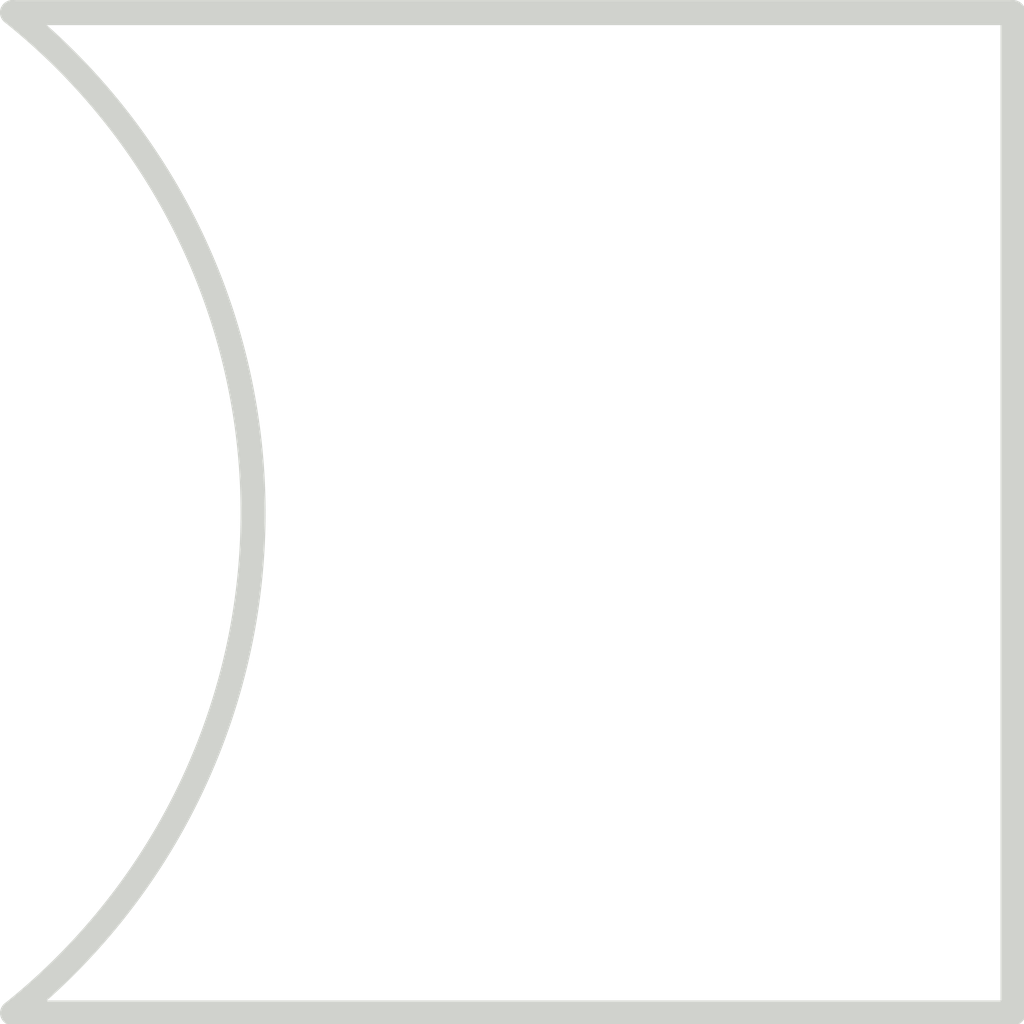
<source format=kicad_pcb>
(kicad_pcb (version 20171130) (host pcbnew "(5.1.0-rc2-9-g37962b717)")

  (general
    (thickness 1.6)
    (drawings 4)
    (tracks 0)
    (zones 0)
    (modules 0)
    (nets 1)
  )

  (page A4)
  (layers
    (0 F.Cu signal)
    (31 B.Cu signal)
    (32 B.Adhes user)
    (33 F.Adhes user)
    (34 B.Paste user)
    (35 F.Paste user)
    (36 B.SilkS user)
    (37 F.SilkS user)
    (38 B.Mask user)
    (39 F.Mask user)
    (40 Dwgs.User user)
    (41 Cmts.User user)
    (42 Eco1.User user)
    (43 Eco2.User user)
    (44 Edge.Cuts user)
    (45 Margin user)
    (46 B.CrtYd user)
    (47 F.CrtYd user)
    (48 B.Fab user)
    (49 F.Fab user)
  )

  (setup
    (last_trace_width 0.25)
    (trace_clearance 0.2)
    (zone_clearance 0.508)
    (zone_45_only no)
    (trace_min 0.2)
    (via_size 0.8)
    (via_drill 0.4)
    (via_min_size 0.4)
    (via_min_drill 0.3)
    (uvia_size 0.3)
    (uvia_drill 0.1)
    (uvias_allowed no)
    (uvia_min_size 0.2)
    (uvia_min_drill 0.1)
    (edge_width 0.05)
    (segment_width 0.2)
    (pcb_text_width 0.3)
    (pcb_text_size 1.5 1.5)
    (mod_edge_width 0.12)
    (mod_text_size 1 1)
    (mod_text_width 0.15)
    (pad_size 1.524 1.524)
    (pad_drill 0.762)
    (pad_to_mask_clearance 0.051)
    (solder_mask_min_width 0.25)
    (aux_axis_origin 0 0)
    (visible_elements FFFFFF7F)
    (pcbplotparams
      (layerselection 0x010fc_ffffffff)
      (usegerberextensions false)
      (usegerberattributes false)
      (usegerberadvancedattributes false)
      (creategerberjobfile false)
      (excludeedgelayer true)
      (linewidth 0.100000)
      (plotframeref false)
      (viasonmask false)
      (mode 1)
      (useauxorigin false)
      (hpglpennumber 1)
      (hpglpenspeed 20)
      (hpglpendiameter 15.000000)
      (psnegative false)
      (psa4output false)
      (plotreference true)
      (plotvalue true)
      (plotinvisibletext false)
      (padsonsilk false)
      (subtractmaskfromsilk false)
      (outputformat 1)
      (mirror false)
      (drillshape 1)
      (scaleselection 1)
      (outputdirectory ""))
  )

  (net 0 "")

  (net_class Default "This is the default net class."
    (clearance 0.2)
    (trace_width 0.25)
    (via_dia 0.8)
    (via_drill 0.4)
    (uvia_dia 0.3)
    (uvia_drill 0.1)
  )

  (gr_arc (start 186 145) (end 190 150) (angle -102.7) (layer Edge.Cuts) (width 0.25))
  (gr_line (start 200 150) (end 190 150) (layer Edge.Cuts) (width 0.25))
  (gr_line (start 200 140) (end 200 150) (layer Edge.Cuts) (width 0.25))
  (gr_line (start 190 140) (end 200 140) (layer Edge.Cuts) (width 0.25))

)

</source>
